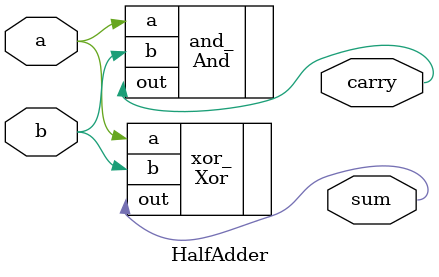
<source format=sv>
module HalfAdder(
	input logic a,
	input logic b,
	output logic sum,
	output logic carry
);
	Xor xor_(
		.a(a),
		.b(b),
		.out(sum)
	);

	And and_(
		.a(a),
		.b(b),
		.out(carry)
	);
endmodule

</source>
